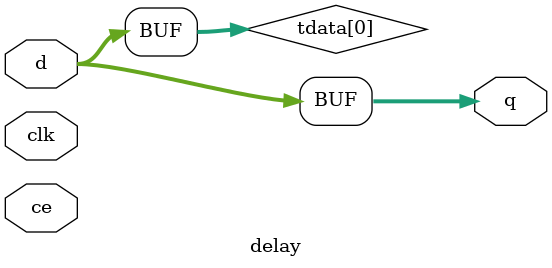
<source format=v>
`timescale 1ns / 1ps
/*module delay #
(	
	parameter N = 8,
	parameter DELAY = 0
)
(
	input [N - 1:0] 	in,
	input					ce,
	input					clk,
	output [N - 1:0] 	out
);

reg [N-1:0] chain[0:DELAY];
integer i;

always @(posedge clk)
begin
	if(ce) begin
		for(i = DELAY; i > 0; i = i - 1)
		begin: register
			chain[i] <= chain[i - 1];
		end
		chain[0] <= in;
	end
end

assign out = chain[DELAY];

endmodule
*/

module delay #
(
	parameter N = 8,
	parameter DELAY = 0
)
(
	input [N - 1:0] d,
	input ce,
	input clk,
	output [N - 1:0] q
);
wire [N - 1:0] tdata [DELAY:0];

assign tdata[0] = d; //zakladam, że jeśli delay=0, ce nie ma znaczenia

genvar i;
generate
	for(i = 0; i < DELAY; i = i + 1)
	begin: regs
	register #
	(
		.N(N)
	)
	reg_i
	(
		.clk(clk),
		.ce(ce),
		.d(tdata[i]),
		.q(tdata[i + 1])
	);
	end
endgenerate
assign q = tdata[DELAY];
endmodule
</source>
